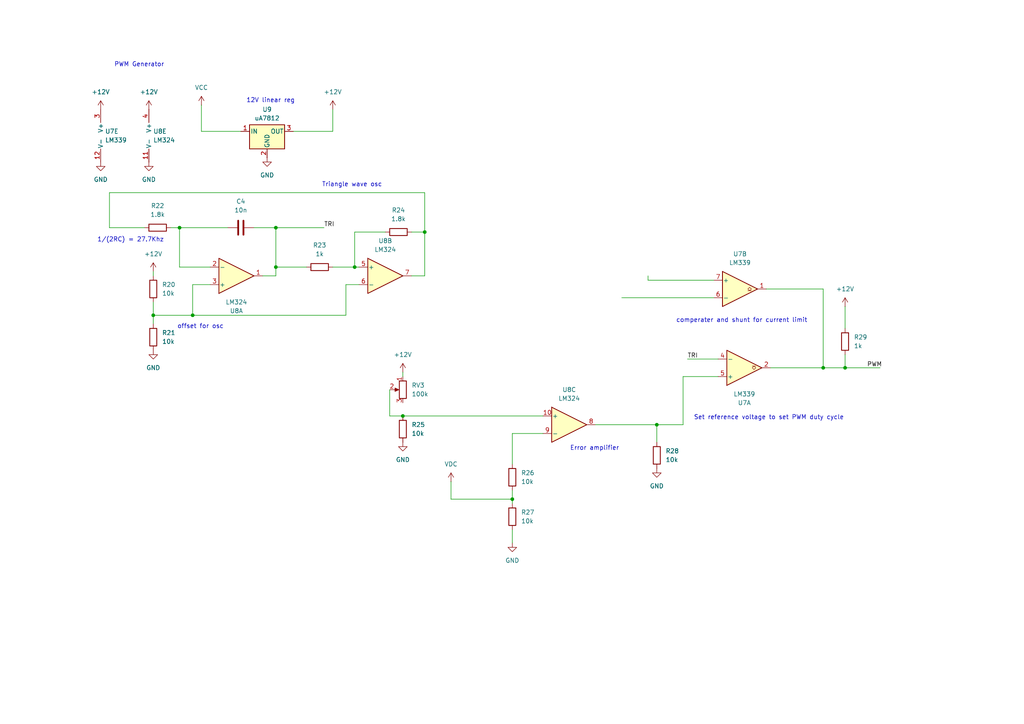
<source format=kicad_sch>
(kicad_sch (version 20231120) (generator "eeschema") (generator_version "8.0")
  (paper "A4")
  (lib_symbols
    (symbol "Amplifier_Operational:LM324" (pin_names (offset 0.127))
      (property "Reference" "U" (at 0 5.08 0))
      (property "Value" "LM324" (at 0 -5.08 0))
      (symbol "LM324_1_1"
        (polyline (pts (xy -5.08 5.08) (xy 5.08 0) (xy -5.08 -5.08) (xy -5.08 5.08)) (stroke (width 0.254)) (fill (type background)))
        (pin output line (at 7.62 0 180) (length 2.54) (name "~") (number "1"))
        (pin input line (at -7.62 -2.54 0) (length 2.54) (name "-") (number "2"))
        (pin input line (at -7.62 2.54 0) (length 2.54) (name "+") (number "3"))
      )
      (symbol "LM324_2_1"
        (polyline (pts (xy -5.08 5.08) (xy 5.08 0) (xy -5.08 -5.08) (xy -5.08 5.08)) (stroke (width 0.254)) (fill (type background)))
        (pin input line (at -7.62 2.54 0) (length 2.54) (name "+") (number "5"))
        (pin input line (at -7.62 -2.54 0) (length 2.54) (name "-") (number "6"))
        (pin output line (at 7.62 0 180) (length 2.54) (name "~") (number "7"))
      )
      (symbol "LM324_3_1"
        (polyline (pts (xy -5.08 5.08) (xy 5.08 0) (xy -5.08 -5.08) (xy -5.08 5.08)) (stroke (width 0.254)) (fill (type background)))
        (pin input line (at -7.62 2.54 0) (length 2.54) (name "+") (number "10"))
        (pin output line (at 7.62 0 180) (length 2.54) (name "~") (number "8"))
        (pin input line (at -7.62 -2.54 0) (length 2.54) (name "-") (number "9"))
      )
      (symbol "LM324_4_1"
        (polyline (pts (xy -5.08 5.08) (xy 5.08 0) (xy -5.08 -5.08) (xy -5.08 5.08)) (stroke (width 0.254)) (fill (type background)))
        (pin input line (at -7.62 2.54 0) (length 2.54) (name "+") (number "12"))
        (pin input line (at -7.62 -2.54 0) (length 2.54) (name "-") (number "13"))
        (pin output line (at 7.62 0 180) (length 2.54) (name "~") (number "14"))
      )
      (symbol "LM324_5_1"
        (pin power_in line (at -2.54 -7.62 90) (length 3.81) (name "V-") (number "11"))
        (pin power_in line (at -2.54 7.62 270) (length 3.81) (name "V+") (number "4"))
      )
    )
    (symbol "Comparator:LM339" (pin_names (offset 0.127))
      (property "Reference" "U" (at 0 5.08 0))
      (property "Value" "LM339" (at 0 -5.08 0))
      (symbol "LM339_1_1"
        (polyline (pts (xy -5.08 5.08) (xy 5.08 0) (xy -5.08 -5.08) (xy -5.08 5.08)) (stroke (width 0.254)) (fill (type background)))
        (polyline (pts (xy 3.302 -0.508) (xy 2.794 -0.508) (xy 3.302 0) (xy 2.794 0.508) (xy 2.286 0) (xy 2.794 -0.508) (xy 2.286 -0.508)) (stroke (width 0.127)))
        (pin open_collector line (at 7.62 0 180) (length 2.54) (name "~") (number "2"))
        (pin input line (at -7.62 -2.54 0) (length 2.54) (name "-") (number "4"))
        (pin input line (at -7.62 2.54 0) (length 2.54) (name "+") (number "5"))
      )
      (symbol "LM339_2_1"
        (polyline (pts (xy -5.08 5.08) (xy 5.08 0) (xy -5.08 -5.08) (xy -5.08 5.08)) (stroke (width 0.254)) (fill (type background)))
        (polyline (pts (xy 3.302 -0.508) (xy 2.794 -0.508) (xy 3.302 0) (xy 2.794 0.508) (xy 2.286 0) (xy 2.794 -0.508) (xy 2.286 -0.508)) (stroke (width 0.127)))
        (pin open_collector line (at 7.62 0 180) (length 2.54) (name "~") (number "1"))
        (pin input line (at -7.62 -2.54 0) (length 2.54) (name "-") (number "6"))
        (pin input line (at -7.62 2.54 0) (length 2.54) (name "+") (number "7"))
      )
      (symbol "LM339_3_1"
        (polyline (pts (xy -5.08 5.08) (xy 5.08 0) (xy -5.08 -5.08) (xy -5.08 5.08)) (stroke (width 0.254)) (fill (type background)))
        (polyline (pts (xy 3.302 -0.508) (xy 2.794 -0.508) (xy 3.302 0) (xy 2.794 0.508) (xy 2.286 0) (xy 2.794 -0.508) (xy 2.286 -0.508)) (stroke (width 0.127)))
        (pin input line (at -7.62 -2.54 0) (length 2.54) (name "-") (number "10"))
        (pin input line (at -7.62 2.54 0) (length 2.54) (name "+") (number "11"))
        (pin open_collector line (at 7.62 0 180) (length 2.54) (name "~") (number "13"))
      )
      (symbol "LM339_4_1"
        (polyline (pts (xy -5.08 5.08) (xy 5.08 0) (xy -5.08 -5.08) (xy -5.08 5.08)) (stroke (width 0.254)) (fill (type background)))
        (polyline (pts (xy 3.302 -0.508) (xy 2.794 -0.508) (xy 3.302 0) (xy 2.794 0.508) (xy 2.286 0) (xy 2.794 -0.508) (xy 2.286 -0.508)) (stroke (width 0.127)))
        (pin open_collector line (at 7.62 0 180) (length 2.54) (name "~") (number "14"))
        (pin input line (at -7.62 -2.54 0) (length 2.54) (name "-") (number "8"))
        (pin input line (at -7.62 2.54 0) (length 2.54) (name "+") (number "9"))
      )
      (symbol "LM339_5_1"
        (pin power_in line (at -2.54 -7.62 90) (length 3.81) (name "V-") (number "12"))
        (pin power_in line (at -2.54 7.62 270) (length 3.81) (name "V+") (number "3"))
      )
    )
    (symbol "Device:C" (pin_numbers hide) (pin_names (offset 0.254))
      (property "Reference" "C" (at 0.635 2.54 0))
      (property "Value" "C" (at 0.635 -2.54 0))
      (symbol "C_0_1"
        (polyline (pts (xy -2.032 -0.762) (xy 2.032 -0.762)) (stroke (width 0.508)))
        (polyline (pts (xy -2.032 0.762) (xy 2.032 0.762)) (stroke (width 0.508)))
      )
      (symbol "C_1_1"
        (pin passive line (at 0 3.81 270) (length 2.794) (name "~") (number "1"))
        (pin passive line (at 0 -3.81 90) (length 2.794) (name "~") (number "2"))
      )
    )
    (symbol "Device:R" (pin_numbers hide) (pin_names (offset 0))
      (property "Reference" "R" (at 2.032 0 90))
      (property "Value" "R" (at 0 0 90))
      (symbol "R_0_1"
        (rectangle (start -1.016 -2.54) (end 1.016 2.54) (stroke (width 0.254)))
      )
      (symbol "R_1_1"
        (pin passive line (at 0 3.81 270) (length 1.27) (name "~") (number "1"))
        (pin passive line (at 0 -3.81 90) (length 1.27) (name "~") (number "2"))
      )
    )
    (symbol "Device:R_Potentiometer" (pin_names (offset 1.016) hide)
      (property "Reference" "RV" (at -4.445 0 90))
      (property "Value" "R_Potentiometer" (at -2.54 0 90))
      (symbol "R_Potentiometer_0_1"
        (polyline (pts (xy 2.54 0) (xy 1.524 0)))
        (polyline (pts (xy 1.143 0) (xy 2.286 0.508) (xy 2.286 -0.508) (xy 1.143 0)) (fill (type outline)))
        (rectangle (start 1.016 2.54) (end -1.016 -2.54) (stroke (width 0.254)))
      )
      (symbol "R_Potentiometer_1_1"
        (pin passive line (at 0 3.81 270) (length 1.27) (name "1") (number "1"))
        (pin passive line (at 3.81 0 180) (length 1.27) (name "2") (number "2"))
        (pin passive line (at 0 -3.81 90) (length 1.27) (name "3") (number "3"))
      )
    )
    (symbol "Regulator_Linear:uA7812" (pin_names (offset 0.254))
      (property "Reference" "U" (at -3.81 3.175 0))
      (property "Value" "uA7812" (at 0 3.175 0))
      (symbol "uA7812_0_1"
        (rectangle (start -5.08 1.905) (end 5.08 -5.08) (stroke (width 0.254)) (fill (type background)))
      )
      (symbol "uA7812_1_1"
        (pin power_in line (at -7.62 0 0) (length 2.54) (name "IN") (number "1"))
        (pin power_in line (at 0 -7.62 90) (length 2.54) (name "GND") (number "2"))
        (pin power_out line (at 7.62 0 180) (length 2.54) (name "OUT") (number "3"))
      )
    )
    (symbol "power:+12V" (power) (pin_numbers hide) (pin_names (offset 0) hide)
      (property "Value" "+12V" (at 0 3.556 0))
      (symbol "+12V_0_1"
        (polyline (pts (xy -0.762 1.27) (xy 0 2.54)))
        (polyline (pts (xy 0 0) (xy 0 2.54)))
        (polyline (pts (xy 0 2.54) (xy 0.762 1.27)))
      )
      (symbol "+12V_1_1"
        (pin power_in line (at 0 0 90) (length 0) (name "~") (number "1"))
      )
    )
    (symbol "power:GND" (power) (pin_numbers hide) (pin_names (offset 0) hide)
      (property "Value" "GND" (at 0 -3.81 0))
      (symbol "GND_0_1"
        (polyline (pts (xy 0 0) (xy 0 -1.27) (xy 1.27 -1.27) (xy 0 -2.54) (xy -1.27 -1.27) (xy 0 -1.27)))
      )
      (symbol "GND_1_1"
        (pin power_in line (at 0 0 270) (length 0) (name "~") (number "1"))
      )
    )
    (symbol "power:VCC" (power) (pin_numbers hide) (pin_names (offset 0) hide)
      (property "Value" "VCC" (at 0 3.556 0))
      (symbol "VCC_0_1"
        (polyline (pts (xy -0.762 1.27) (xy 0 2.54)))
        (polyline (pts (xy 0 0) (xy 0 2.54)))
        (polyline (pts (xy 0 2.54) (xy 0.762 1.27)))
      )
      (symbol "VCC_1_1"
        (pin power_in line (at 0 0 90) (length 0) (name "~") (number "1"))
      )
    )
    (symbol "power:VDC" (power) (pin_numbers hide) (pin_names (offset 0) hide)
      (property "Value" "VDC" (at 0 3.556 0))
      (symbol "VDC_0_1"
        (polyline (pts (xy -0.762 1.27) (xy 0 2.54)))
        (polyline (pts (xy 0 0) (xy 0 2.54)))
        (polyline (pts (xy 0 2.54) (xy 0.762 1.27)))
      )
      (symbol "VDC_1_1"
        (pin power_in line (at 0 0 90) (length 0) (name "~") (number "1"))
      )
    )
  )
  (junction (at 55.88 91.44))
  (junction (at 52.07 66.04))
  (junction (at 80.01 66.04))
  (junction (at 245.11 106.68))
  (junction (at 123.19 67.31))
  (junction (at 102.87 77.47))
  (junction (at 116.84 120.65))
  (junction (at 80.01 77.47))
  (junction (at 190.5 123.19))
  (junction (at 238.76 106.68))
  (junction (at 44.45 91.44))
  (junction (at 148.59 144.78))
  (wire (pts (xy 208.28 104.14) (xy 199.39 104.14)))
  (wire (pts (xy 113.03 120.65) (xy 116.84 120.65)))
  (wire (pts (xy 111.76 67.31) (xy 102.87 67.31)))
  (wire (pts (xy 52.07 77.47) (xy 60.96 77.47)))
  (wire (pts (xy 207.01 81.28) (xy 187.96 81.28)))
  (wire (pts (xy 223.52 106.68) (xy 238.76 106.68)))
  (wire (pts (xy 31.75 66.04) (xy 31.75 55.88)))
  (wire (pts (xy 245.11 88.9) (xy 245.11 95.25)))
  (wire (pts (xy 80.01 77.47) (xy 80.01 80.01)))
  (wire (pts (xy 69.85 38.1) (xy 58.42 38.1)))
  (wire (pts (xy 58.42 30.48) (xy 58.42 38.1)))
  (wire (pts (xy 245.11 102.87) (xy 245.11 106.68)))
  (wire (pts (xy 187.96 80.01) (xy 187.96 81.28)))
  (wire (pts (xy 100.33 82.55) (xy 100.33 91.44)))
  (wire (pts (xy 88.9 77.47) (xy 80.01 77.47)))
  (wire (pts (xy 76.2 80.01) (xy 80.01 80.01)))
  (wire (pts (xy 44.45 91.44) (xy 55.88 91.44)))
  (wire (pts (xy 148.59 144.78) (xy 148.59 142.24)))
  (wire (pts (xy 180.34 86.36) (xy 207.01 86.36)))
  (wire (pts (xy 123.19 67.31) (xy 119.38 67.31)))
  (wire (pts (xy 102.87 77.47) (xy 104.14 77.47)))
  (wire (pts (xy 102.87 67.31) (xy 102.87 77.47)))
  (wire (pts (xy 96.52 31.75) (xy 96.52 38.1)))
  (wire (pts (xy 198.12 109.22) (xy 198.12 123.19)))
  (wire (pts (xy 60.96 82.55) (xy 55.88 82.55)))
  (wire (pts (xy 113.03 113.03) (xy 113.03 120.65)))
  (wire (pts (xy 96.52 77.47) (xy 102.87 77.47)))
  (wire (pts (xy 49.53 66.04) (xy 52.07 66.04)))
  (wire (pts (xy 148.59 157.48) (xy 148.59 153.67)))
  (wire (pts (xy 238.76 106.68) (xy 245.11 106.68)))
  (wire (pts (xy 190.5 123.19) (xy 198.12 123.19)))
  (wire (pts (xy 52.07 66.04) (xy 66.04 66.04)))
  (wire (pts (xy 123.19 80.01) (xy 119.38 80.01)))
  (wire (pts (xy 116.84 107.95) (xy 116.84 109.22)))
  (wire (pts (xy 31.75 55.88) (xy 123.19 55.88)))
  (wire (pts (xy 104.14 82.55) (xy 100.33 82.55)))
  (wire (pts (xy 238.76 83.82) (xy 238.76 106.68)))
  (wire (pts (xy 157.48 125.73) (xy 148.59 125.73)))
  (wire (pts (xy 245.11 106.68) (xy 255.27 106.68)))
  (wire (pts (xy 148.59 146.05) (xy 148.59 144.78)))
  (wire (pts (xy 44.45 93.98) (xy 44.45 91.44)))
  (wire (pts (xy 130.81 139.7) (xy 130.81 144.78)))
  (wire (pts (xy 116.84 120.65) (xy 157.48 120.65)))
  (wire (pts (xy 73.66 66.04) (xy 80.01 66.04)))
  (wire (pts (xy 80.01 66.04) (xy 93.98 66.04)))
  (wire (pts (xy 172.72 123.19) (xy 190.5 123.19)))
  (wire (pts (xy 208.28 109.22) (xy 198.12 109.22)))
  (wire (pts (xy 123.19 55.88) (xy 123.19 67.31)))
  (wire (pts (xy 85.09 38.1) (xy 96.52 38.1)))
  (wire (pts (xy 44.45 87.63) (xy 44.45 91.44)))
  (wire (pts (xy 80.01 66.04) (xy 80.01 77.47)))
  (wire (pts (xy 52.07 77.47) (xy 52.07 66.04)))
  (wire (pts (xy 222.25 83.82) (xy 238.76 83.82)))
  (wire (pts (xy 44.45 78.74) (xy 44.45 80.01)))
  (wire (pts (xy 130.81 144.78) (xy 148.59 144.78)))
  (wire (pts (xy 148.59 125.73) (xy 148.59 134.62)))
  (wire (pts (xy 123.19 67.31) (xy 123.19 80.01)))
  (wire (pts (xy 55.88 82.55) (xy 55.88 91.44)))
  (wire (pts (xy 41.91 66.04) (xy 31.75 66.04)))
  (wire (pts (xy 100.33 91.44) (xy 55.88 91.44)))
  (wire (pts (xy 190.5 128.27) (xy 190.5 123.19)))
  (text "offset for osc" (at 58.166 94.742 0) (effects (font (size 1.27 1.27))))
  (text "Triangle wave osc" (at 102.108 53.594 0) (effects (font (size 1.27 1.27))))
  (text "comperater and shunt for current limit" (at 215.138 92.964 0) (effects (font (size 1.27 1.27))))
  (text "1/(2RC) = 27.7Khz " (at 38.354 69.596 0) (effects (font (size 1.27 1.27))))
  (text "Error amplifier" (at 172.466 130.048 0) (effects (font (size 1.27 1.27))))
  (text "PWM Generator" (at 40.386 18.796 0) (effects (font (size 1.27 1.27))))
  (text "12V linear reg" (at 78.486 29.21 0) (effects (font (size 1.27 1.27))))
  (text "Set reference voltage to set PWM duty cycle" (at 223.012 121.158 0) (effects (font (size 1.27 1.27))))
  (label "PWM" (at 251.46 106.68 0))
  (label "TRI" (at 199.39 104.14 0))
  (label "TRI" (at 93.98 66.04 0))
  (symbol (lib_id "Amplifier_Operational:LM324") (at 68.58 80.01 0) (mirror x) (unit 1)
    (property "Reference" "U8" (at 68.58 90.17 0))
    (property "Value" "LM324" (at 68.58 87.63 0))
    (property "Datasheet" "http://www.ti.com/lit/ds/symlink/lm2902-n.pdf" (effects (hide yes)))
    (property "Description" "Low-Power, Quad-Operational Amplifiers, DIP-14/SOIC-14/SSOP-14" (effects (hide yes)))
  )
  (symbol (lib_id "Device:R") (at 44.45 83.82 0) (unit 1)
    (property "Reference" "R20" (at 46.99 82.5499 0) (effects (justify left)))
    (property "Value" "10k" (at 46.99 85.0899 0) (effects (justify left)))
    (property "Description" "Resistor" (effects (hide yes)))
  )
  (symbol (lib_id "Device:R") (at 116.84 124.46 0) (unit 1)
    (property "Reference" "R25" (at 119.38 123.1899 0) (effects (justify left)))
    (property "Value" "10k" (at 119.38 125.7299 0) (effects (justify left)))
    (property "Description" "Resistor" (effects (hide yes)))
  )
  (symbol (lib_id "Device:R") (at 44.45 97.79 0) (unit 1)
    (property "Reference" "R21" (at 46.99 96.5199 0) (effects (justify left)))
    (property "Value" "10k" (at 46.99 99.0599 0) (effects (justify left)))
    (property "Description" "Resistor" (effects (hide yes)))
  )
  (symbol (lib_id "power:GND") (at 190.5 135.89 0) (unit 1)
    (property "Reference" "#PWR046" (effects (hide yes)))
    (property "Value" "GND" (at 190.5 140.97 0))
    (property "Description" "Power symbol creates a global label with name \"GND\" , ground" (effects (hide yes)))
  )
  (symbol (lib_id "Device:R_Potentiometer") (at 116.84 113.03 0) (mirror y) (unit 1)
    (property "Reference" "RV3" (at 119.38 111.7599 0) (effects (justify right)))
    (property "Value" "100k" (at 119.38 114.2999 0) (effects (justify right)))
    (property "Description" "Potentiometer" (effects (hide yes)))
  )
  (symbol (lib_id "power:+12V") (at 29.21 31.75 0) (unit 1)
    (property "Reference" "#PWR033" (effects (hide yes)))
    (property "Value" "+12V" (at 29.21 26.67 0))
    (property "Description" "Power symbol creates a global label with name \"+12V\"" (effects (hide yes)))
  )
  (symbol (lib_id "power:GND") (at 148.59 157.48 0) (unit 1)
    (property "Reference" "#PWR045" (effects (hide yes)))
    (property "Value" "GND" (at 148.59 162.56 0))
    (property "Description" "Power symbol creates a global label with name \"GND\" , ground" (effects (hide yes)))
  )
  (symbol (lib_id "Device:R") (at 92.71 77.47 90) (unit 1)
    (property "Reference" "R23" (at 92.71 71.12 90))
    (property "Value" "1k" (at 92.71 73.66 90))
    (property "Description" "Resistor" (effects (hide yes)))
  )
  (symbol (lib_id "Device:R") (at 190.5 132.08 0) (unit 1)
    (property "Reference" "R28" (at 193.04 130.8099 0) (effects (justify left)))
    (property "Value" "10k" (at 193.04 133.3499 0) (effects (justify left)))
    (property "Description" "Resistor" (effects (hide yes)))
  )
  (symbol (lib_id "power:GND") (at 44.45 101.6 0) (unit 1)
    (property "Reference" "#PWR038" (effects (hide yes)))
    (property "Value" "GND" (at 44.45 106.68 0))
    (property "Description" "Power symbol creates a global label with name \"GND\" , ground" (effects (hide yes)))
  )
  (symbol (lib_id "Comparator:LM339") (at 214.63 83.82 0) (unit 2)
    (property "Reference" "U7" (at 214.63 73.66 0))
    (property "Value" "LM339" (at 214.63 76.2 0))
    (property "Datasheet" "https://www.st.com/resource/en/datasheet/lm139.pdf" (effects (hide yes)))
    (property "Description" "Quad Differential Comparators, SOIC-14/TSSOP-14" (effects (hide yes)))
  )
  (symbol (lib_id "Amplifier_Operational:LM324") (at 111.76 80.01 0) (unit 2)
    (property "Reference" "U8" (at 111.76 69.85 0))
    (property "Value" "LM324" (at 111.76 72.39 0))
    (property "Datasheet" "http://www.ti.com/lit/ds/symlink/lm2902-n.pdf" (effects (hide yes)))
    (property "Description" "Low-Power, Quad-Operational Amplifiers, DIP-14/SOIC-14/SSOP-14" (effects (hide yes)))
  )
  (symbol (lib_id "power:VCC") (at 58.42 30.48 0) (unit 1)
    (property "Reference" "#PWR039" (effects (hide yes)))
    (property "Value" "VCC" (at 58.42 25.4 0))
    (property "Description" "Power symbol creates a global label with name \"VCC\"" (effects (hide yes)))
  )
  (symbol (lib_id "Device:R") (at 148.59 149.86 0) (unit 1)
    (property "Reference" "R27" (at 151.13 148.5899 0) (effects (justify left)))
    (property "Value" "10k" (at 151.13 151.1299 0) (effects (justify left)))
    (property "Description" "Resistor" (effects (hide yes)))
  )
  (symbol (lib_id "power:GND") (at 29.21 46.99 0) (unit 1)
    (property "Reference" "#PWR034" (effects (hide yes)))
    (property "Value" "GND" (at 29.21 52.07 0))
    (property "Description" "Power symbol creates a global label with name \"GND\" , ground" (effects (hide yes)))
  )
  (symbol (lib_id "power:+12V") (at 116.84 107.95 0) (unit 1)
    (property "Reference" "#PWR042" (effects (hide yes)))
    (property "Value" "+12V" (at 116.84 102.87 0))
    (property "Description" "Power symbol creates a global label with name \"+12V\"" (effects (hide yes)))
  )
  (symbol (lib_id "Regulator_Linear:uA7812") (at 77.47 38.1 0) (unit 1)
    (property "Reference" "U9" (at 77.47 31.75 0))
    (property "Value" "uA7812" (at 77.47 34.29 0))
    (property "Datasheet" "http://www.ti.com/lit/ds/symlink/ua78.pdf" (effects (hide yes)))
    (property "Description" "Positive 1A 35V Linear Regulator, Fixed Output 12V, TO-220/TO-263" (effects (hide yes)))
  )
  (symbol (lib_id "Device:R") (at 148.59 138.43 0) (unit 1)
    (property "Reference" "R26" (at 151.13 137.1599 0) (effects (justify left)))
    (property "Value" "10k" (at 151.13 139.6999 0) (effects (justify left)))
    (property "Description" "Resistor" (effects (hide yes)))
  )
  (symbol (lib_id "Device:C") (at 69.85 66.04 90) (unit 1)
    (property "Reference" "C4" (at 69.85 58.42 90))
    (property "Value" "10n" (at 69.85 60.96 90))
    (property "Description" "Unpolarized capacitor" (effects (hide yes)))
  )
  (symbol (lib_id "Device:R") (at 245.11 99.06 0) (unit 1)
    (property "Reference" "R29" (at 247.65 97.7899 0) (effects (justify left)))
    (property "Value" "1k" (at 247.65 100.3299 0) (effects (justify left)))
    (property "Description" "Resistor" (effects (hide yes)))
  )
  (symbol (lib_id "power:+12V") (at 96.52 31.75 0) (unit 1)
    (property "Reference" "#PWR041" (effects (hide yes)))
    (property "Value" "+12V" (at 96.52 26.67 0))
    (property "Description" "Power symbol creates a global label with name \"+12V\"" (effects (hide yes)))
  )
  (symbol (lib_id "Amplifier_Operational:LM324") (at 165.1 123.19 0) (unit 3)
    (property "Reference" "U8" (at 165.1 113.03 0))
    (property "Value" "LM324" (at 165.1 115.57 0))
    (property "Datasheet" "http://www.ti.com/lit/ds/symlink/lm2902-n.pdf" (effects (hide yes)))
    (property "Description" "Low-Power, Quad-Operational Amplifiers, DIP-14/SOIC-14/SSOP-14" (effects (hide yes)))
  )
  (symbol (lib_id "Comparator:LM339") (at 215.9 106.68 0) (mirror x) (unit 1)
    (property "Reference" "U7" (at 215.9 116.84 0))
    (property "Value" "LM339" (at 215.9 114.3 0))
    (property "Datasheet" "https://www.st.com/resource/en/datasheet/lm139.pdf" (effects (hide yes)))
    (property "Description" "Quad Differential Comparators, SOIC-14/TSSOP-14" (effects (hide yes)))
  )
  (symbol (lib_id "Device:R") (at 115.57 67.31 90) (unit 1)
    (property "Reference" "R24" (at 115.57 60.96 90))
    (property "Value" "1.8k" (at 115.57 63.5 90))
    (property "Description" "Resistor" (effects (hide yes)))
  )
  (symbol (lib_id "power:+12V") (at 245.11 88.9 0) (unit 1)
    (property "Reference" "#PWR047" (effects (hide yes)))
    (property "Value" "+12V" (at 245.11 83.82 0))
    (property "Description" "Power symbol creates a global label with name \"+12V\"" (effects (hide yes)))
  )
  (symbol (lib_id "power:GND") (at 43.18 46.99 0) (unit 1)
    (property "Reference" "#PWR036" (effects (hide yes)))
    (property "Value" "GND" (at 43.18 52.07 0))
    (property "Description" "Power symbol creates a global label with name \"GND\" , ground" (effects (hide yes)))
  )
  (symbol (lib_id "Device:R") (at 45.72 66.04 90) (unit 1)
    (property "Reference" "R22" (at 45.72 59.69 90))
    (property "Value" "1.8k" (at 45.72 62.23 90))
    (property "Description" "Resistor" (effects (hide yes)))
  )
  (symbol (lib_id "power:+12V") (at 44.45 78.74 0) (unit 1)
    (property "Reference" "#PWR037" (effects (hide yes)))
    (property "Value" "+12V" (at 44.45 73.66 0))
    (property "Description" "Power symbol creates a global label with name \"+12V\"" (effects (hide yes)))
  )
  (symbol (lib_id "power:+12V") (at 43.18 31.75 0) (unit 1)
    (property "Reference" "#PWR035" (effects (hide yes)))
    (property "Value" "+12V" (at 43.18 26.67 0))
    (property "Description" "Power symbol creates a global label with name \"+12V\"" (effects (hide yes)))
  )
  (symbol (lib_id "power:GND") (at 77.47 45.72 0) (unit 1)
    (property "Reference" "#PWR040" (effects (hide yes)))
    (property "Value" "GND" (at 77.47 50.8 0))
    (property "Description" "Power symbol creates a global label with name \"GND\" , ground" (effects (hide yes)))
  )
  (symbol (lib_id "Comparator:LM339") (at 31.75 39.37 0) (unit 5)
    (property "Reference" "U7" (at 30.48 38.0999 0) (effects (justify left)))
    (property "Value" "LM339" (at 30.48 40.6399 0) (effects (justify left)))
    (property "Datasheet" "https://www.st.com/resource/en/datasheet/lm139.pdf" (effects (hide yes)))
    (property "Description" "Quad Differential Comparators, SOIC-14/TSSOP-14" (effects (hide yes)))
  )
  (symbol (lib_id "power:VDC") (at 130.81 139.7 0) (unit 1)
    (property "Reference" "#PWR044" (effects (hide yes)))
    (property "Value" "VDC" (at 130.81 134.62 0))
    (property "Description" "Power symbol creates a global label with name \"VDC\"" (effects (hide yes)))
  )
  (symbol (lib_id "power:GND") (at 116.84 128.27 0) (unit 1)
    (property "Reference" "#PWR043" (effects (hide yes)))
    (property "Value" "GND" (at 116.84 133.35 0))
    (property "Description" "Power symbol creates a global label with name \"GND\" , ground" (effects (hide yes)))
  )
  (symbol (lib_id "Amplifier_Operational:LM324") (at 45.72 39.37 0) (unit 5)
    (property "Reference" "U8" (at 44.45 38.0999 0) (effects (justify left)))
    (property "Value" "LM324" (at 44.45 40.6399 0) (effects (justify left)))
    (property "Datasheet" "http://www.ti.com/lit/ds/symlink/lm2902-n.pdf" (effects (hide yes)))
    (property "Description" "Low-Power, Quad-Operational Amplifiers, DIP-14/SOIC-14/SSOP-14" (effects (hide yes)))
  )
)
</source>
